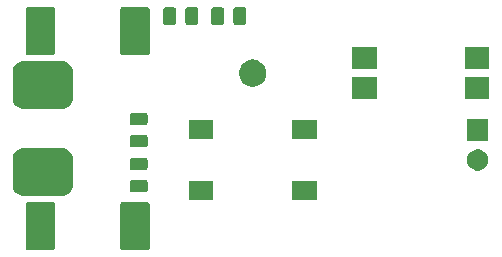
<source format=gbr>
G04 #@! TF.GenerationSoftware,KiCad,Pcbnew,5.1.5-52549c5~84~ubuntu18.04.1*
G04 #@! TF.CreationDate,2020-02-24T19:49:59+02:00*
G04 #@! TF.ProjectId,kello-zcdetector,6b656c6c-6f2d-47a6-9364-65746563746f,rev?*
G04 #@! TF.SameCoordinates,Original*
G04 #@! TF.FileFunction,Soldermask,Top*
G04 #@! TF.FilePolarity,Negative*
%FSLAX46Y46*%
G04 Gerber Fmt 4.6, Leading zero omitted, Abs format (unit mm)*
G04 Created by KiCad (PCBNEW 5.1.5-52549c5~84~ubuntu18.04.1) date 2020-02-24 19:49:59*
%MOMM*%
%LPD*%
G04 APERTURE LIST*
%ADD10C,0.100000*%
G04 APERTURE END LIST*
D10*
G36*
X25256532Y-29069065D02*
G01*
X25300079Y-29082276D01*
X25340219Y-29103730D01*
X25375399Y-29132601D01*
X25404270Y-29167781D01*
X25425724Y-29207921D01*
X25438935Y-29251468D01*
X25444000Y-29302900D01*
X25444000Y-32927100D01*
X25438935Y-32978532D01*
X25425724Y-33022079D01*
X25404270Y-33062219D01*
X25375399Y-33097399D01*
X25340219Y-33126270D01*
X25300079Y-33147724D01*
X25256532Y-33160935D01*
X25205100Y-33166000D01*
X23180900Y-33166000D01*
X23129468Y-33160935D01*
X23085921Y-33147724D01*
X23045781Y-33126270D01*
X23010601Y-33097399D01*
X22981730Y-33062219D01*
X22960276Y-33022079D01*
X22947065Y-32978532D01*
X22942000Y-32927100D01*
X22942000Y-29302900D01*
X22947065Y-29251468D01*
X22960276Y-29207921D01*
X22981730Y-29167781D01*
X23010601Y-29132601D01*
X23045781Y-29103730D01*
X23085921Y-29082276D01*
X23129468Y-29069065D01*
X23180900Y-29064000D01*
X25205100Y-29064000D01*
X25256532Y-29069065D01*
G37*
G36*
X17256532Y-29069065D02*
G01*
X17300079Y-29082276D01*
X17340219Y-29103730D01*
X17375399Y-29132601D01*
X17404270Y-29167781D01*
X17425724Y-29207921D01*
X17438935Y-29251468D01*
X17444000Y-29302900D01*
X17444000Y-32927100D01*
X17438935Y-32978532D01*
X17425724Y-33022079D01*
X17404270Y-33062219D01*
X17375399Y-33097399D01*
X17340219Y-33126270D01*
X17300079Y-33147724D01*
X17256532Y-33160935D01*
X17205100Y-33166000D01*
X15180900Y-33166000D01*
X15129468Y-33160935D01*
X15085921Y-33147724D01*
X15045781Y-33126270D01*
X15010601Y-33097399D01*
X14981730Y-33062219D01*
X14960276Y-33022079D01*
X14947065Y-32978532D01*
X14942000Y-32927100D01*
X14942000Y-29302900D01*
X14947065Y-29251468D01*
X14960276Y-29207921D01*
X14981730Y-29167781D01*
X15010601Y-29132601D01*
X15045781Y-29103730D01*
X15085921Y-29082276D01*
X15129468Y-29069065D01*
X15180900Y-29064000D01*
X17205100Y-29064000D01*
X17256532Y-29069065D01*
G37*
G36*
X39584000Y-28878000D02*
G01*
X37482000Y-28878000D01*
X37482000Y-27276000D01*
X39584000Y-27276000D01*
X39584000Y-28878000D01*
G37*
G36*
X30844000Y-28878000D02*
G01*
X28742000Y-28878000D01*
X28742000Y-27276000D01*
X30844000Y-27276000D01*
X30844000Y-28878000D01*
G37*
G36*
X18158752Y-24511097D02*
G01*
X18339295Y-24565864D01*
X18505677Y-24654797D01*
X18651516Y-24774484D01*
X18771203Y-24920323D01*
X18860136Y-25086705D01*
X18914903Y-25267248D01*
X18934000Y-25461140D01*
X18934000Y-27624860D01*
X18914903Y-27818752D01*
X18860136Y-27999295D01*
X18771203Y-28165677D01*
X18651516Y-28311516D01*
X18505677Y-28431203D01*
X18339295Y-28520136D01*
X18158752Y-28574903D01*
X17964860Y-28594000D01*
X14801140Y-28594000D01*
X14607248Y-28574903D01*
X14426705Y-28520136D01*
X14260323Y-28431203D01*
X14114484Y-28311516D01*
X13994797Y-28165677D01*
X13905864Y-27999295D01*
X13851097Y-27818752D01*
X13832000Y-27624860D01*
X13832000Y-25461140D01*
X13851097Y-25267248D01*
X13905864Y-25086705D01*
X13994797Y-24920323D01*
X14114484Y-24774484D01*
X14260323Y-24654797D01*
X14426705Y-24565864D01*
X14607248Y-24511097D01*
X14801140Y-24492000D01*
X17964860Y-24492000D01*
X18158752Y-24511097D01*
G37*
G36*
X25095468Y-27200565D02*
G01*
X25134138Y-27212296D01*
X25169777Y-27231346D01*
X25201017Y-27256983D01*
X25226654Y-27288223D01*
X25245704Y-27323862D01*
X25257435Y-27362532D01*
X25262000Y-27408888D01*
X25262000Y-28060112D01*
X25257435Y-28106468D01*
X25245704Y-28145138D01*
X25226654Y-28180777D01*
X25201017Y-28212017D01*
X25169777Y-28237654D01*
X25134138Y-28256704D01*
X25095468Y-28268435D01*
X25049112Y-28273000D01*
X23972888Y-28273000D01*
X23926532Y-28268435D01*
X23887862Y-28256704D01*
X23852223Y-28237654D01*
X23820983Y-28212017D01*
X23795346Y-28180777D01*
X23776296Y-28145138D01*
X23764565Y-28106468D01*
X23760000Y-28060112D01*
X23760000Y-27408888D01*
X23764565Y-27362532D01*
X23776296Y-27323862D01*
X23795346Y-27288223D01*
X23820983Y-27256983D01*
X23852223Y-27231346D01*
X23887862Y-27212296D01*
X23926532Y-27200565D01*
X23972888Y-27196000D01*
X25049112Y-27196000D01*
X25095468Y-27200565D01*
G37*
G36*
X53326512Y-24630927D02*
G01*
X53475812Y-24660624D01*
X53639784Y-24728544D01*
X53787354Y-24827147D01*
X53912853Y-24952646D01*
X54011456Y-25100216D01*
X54079376Y-25264188D01*
X54114000Y-25438259D01*
X54114000Y-25615741D01*
X54079376Y-25789812D01*
X54011456Y-25953784D01*
X53912853Y-26101354D01*
X53787354Y-26226853D01*
X53639784Y-26325456D01*
X53475812Y-26393376D01*
X53326512Y-26423073D01*
X53301742Y-26428000D01*
X53124258Y-26428000D01*
X53099488Y-26423073D01*
X52950188Y-26393376D01*
X52786216Y-26325456D01*
X52638646Y-26226853D01*
X52513147Y-26101354D01*
X52414544Y-25953784D01*
X52346624Y-25789812D01*
X52312000Y-25615741D01*
X52312000Y-25438259D01*
X52346624Y-25264188D01*
X52414544Y-25100216D01*
X52513147Y-24952646D01*
X52638646Y-24827147D01*
X52786216Y-24728544D01*
X52950188Y-24660624D01*
X53099488Y-24630927D01*
X53124258Y-24626000D01*
X53301742Y-24626000D01*
X53326512Y-24630927D01*
G37*
G36*
X25095468Y-25325565D02*
G01*
X25134138Y-25337296D01*
X25169777Y-25356346D01*
X25201017Y-25381983D01*
X25226654Y-25413223D01*
X25245704Y-25448862D01*
X25257435Y-25487532D01*
X25262000Y-25533888D01*
X25262000Y-26185112D01*
X25257435Y-26231468D01*
X25245704Y-26270138D01*
X25226654Y-26305777D01*
X25201017Y-26337017D01*
X25169777Y-26362654D01*
X25134138Y-26381704D01*
X25095468Y-26393435D01*
X25049112Y-26398000D01*
X23972888Y-26398000D01*
X23926532Y-26393435D01*
X23887862Y-26381704D01*
X23852223Y-26362654D01*
X23820983Y-26337017D01*
X23795346Y-26305777D01*
X23776296Y-26270138D01*
X23764565Y-26231468D01*
X23760000Y-26185112D01*
X23760000Y-25533888D01*
X23764565Y-25487532D01*
X23776296Y-25448862D01*
X23795346Y-25413223D01*
X23820983Y-25381983D01*
X23852223Y-25356346D01*
X23887862Y-25337296D01*
X23926532Y-25325565D01*
X23972888Y-25321000D01*
X25049112Y-25321000D01*
X25095468Y-25325565D01*
G37*
G36*
X25095468Y-23390565D02*
G01*
X25134138Y-23402296D01*
X25169777Y-23421346D01*
X25201017Y-23446983D01*
X25226654Y-23478223D01*
X25245704Y-23513862D01*
X25257435Y-23552532D01*
X25262000Y-23598888D01*
X25262000Y-24250112D01*
X25257435Y-24296468D01*
X25245704Y-24335138D01*
X25226654Y-24370777D01*
X25201017Y-24402017D01*
X25169777Y-24427654D01*
X25134138Y-24446704D01*
X25095468Y-24458435D01*
X25049112Y-24463000D01*
X23972888Y-24463000D01*
X23926532Y-24458435D01*
X23887862Y-24446704D01*
X23852223Y-24427654D01*
X23820983Y-24402017D01*
X23795346Y-24370777D01*
X23776296Y-24335138D01*
X23764565Y-24296468D01*
X23760000Y-24250112D01*
X23760000Y-23598888D01*
X23764565Y-23552532D01*
X23776296Y-23513862D01*
X23795346Y-23478223D01*
X23820983Y-23446983D01*
X23852223Y-23421346D01*
X23887862Y-23402296D01*
X23926532Y-23390565D01*
X23972888Y-23386000D01*
X25049112Y-23386000D01*
X25095468Y-23390565D01*
G37*
G36*
X54114000Y-23888000D02*
G01*
X52312000Y-23888000D01*
X52312000Y-22086000D01*
X54114000Y-22086000D01*
X54114000Y-23888000D01*
G37*
G36*
X39584000Y-23778000D02*
G01*
X37482000Y-23778000D01*
X37482000Y-22176000D01*
X39584000Y-22176000D01*
X39584000Y-23778000D01*
G37*
G36*
X30844000Y-23778000D02*
G01*
X28742000Y-23778000D01*
X28742000Y-22176000D01*
X30844000Y-22176000D01*
X30844000Y-23778000D01*
G37*
G36*
X25095468Y-21515565D02*
G01*
X25134138Y-21527296D01*
X25169777Y-21546346D01*
X25201017Y-21571983D01*
X25226654Y-21603223D01*
X25245704Y-21638862D01*
X25257435Y-21677532D01*
X25262000Y-21723888D01*
X25262000Y-22375112D01*
X25257435Y-22421468D01*
X25245704Y-22460138D01*
X25226654Y-22495777D01*
X25201017Y-22527017D01*
X25169777Y-22552654D01*
X25134138Y-22571704D01*
X25095468Y-22583435D01*
X25049112Y-22588000D01*
X23972888Y-22588000D01*
X23926532Y-22583435D01*
X23887862Y-22571704D01*
X23852223Y-22552654D01*
X23820983Y-22527017D01*
X23795346Y-22495777D01*
X23776296Y-22460138D01*
X23764565Y-22421468D01*
X23760000Y-22375112D01*
X23760000Y-21723888D01*
X23764565Y-21677532D01*
X23776296Y-21638862D01*
X23795346Y-21603223D01*
X23820983Y-21571983D01*
X23852223Y-21546346D01*
X23887862Y-21527296D01*
X23926532Y-21515565D01*
X23972888Y-21511000D01*
X25049112Y-21511000D01*
X25095468Y-21515565D01*
G37*
G36*
X18158752Y-17145097D02*
G01*
X18339295Y-17199864D01*
X18505677Y-17288797D01*
X18651516Y-17408484D01*
X18771203Y-17554323D01*
X18860136Y-17720705D01*
X18914903Y-17901248D01*
X18934000Y-18095140D01*
X18934000Y-20258860D01*
X18914903Y-20452752D01*
X18860136Y-20633295D01*
X18771203Y-20799677D01*
X18651516Y-20945516D01*
X18505677Y-21065203D01*
X18339295Y-21154136D01*
X18158752Y-21208903D01*
X17964860Y-21228000D01*
X14801140Y-21228000D01*
X14607248Y-21208903D01*
X14426705Y-21154136D01*
X14260323Y-21065203D01*
X14114484Y-20945516D01*
X13994797Y-20799677D01*
X13905864Y-20633295D01*
X13851097Y-20452752D01*
X13832000Y-20258860D01*
X13832000Y-18095140D01*
X13851097Y-17901248D01*
X13905864Y-17720705D01*
X13994797Y-17554323D01*
X14114484Y-17408484D01*
X14260323Y-17288797D01*
X14426705Y-17199864D01*
X14607248Y-17145097D01*
X14801140Y-17126000D01*
X17964860Y-17126000D01*
X18158752Y-17145097D01*
G37*
G36*
X54203000Y-20372000D02*
G01*
X52101000Y-20372000D01*
X52101000Y-18490000D01*
X54203000Y-18490000D01*
X54203000Y-20372000D01*
G37*
G36*
X44673000Y-20372000D02*
G01*
X42571000Y-20372000D01*
X42571000Y-18490000D01*
X44673000Y-18490000D01*
X44673000Y-20372000D01*
G37*
G36*
X34387549Y-17032116D02*
G01*
X34498734Y-17054232D01*
X34708203Y-17140997D01*
X34896720Y-17266960D01*
X35057040Y-17427280D01*
X35183003Y-17615797D01*
X35242344Y-17759058D01*
X35269768Y-17825267D01*
X35294865Y-17951435D01*
X35314000Y-18047636D01*
X35314000Y-18274364D01*
X35269768Y-18496734D01*
X35183003Y-18706203D01*
X35057040Y-18894720D01*
X34896720Y-19055040D01*
X34708203Y-19181003D01*
X34498734Y-19267768D01*
X34387549Y-19289884D01*
X34276365Y-19312000D01*
X34049635Y-19312000D01*
X33938451Y-19289884D01*
X33827266Y-19267768D01*
X33617797Y-19181003D01*
X33429280Y-19055040D01*
X33268960Y-18894720D01*
X33142997Y-18706203D01*
X33056232Y-18496734D01*
X33012000Y-18274364D01*
X33012000Y-18047636D01*
X33031136Y-17951435D01*
X33056232Y-17825267D01*
X33083657Y-17759058D01*
X33142997Y-17615797D01*
X33268960Y-17427280D01*
X33429280Y-17266960D01*
X33617797Y-17140997D01*
X33827266Y-17054232D01*
X33938451Y-17032116D01*
X34049635Y-17010000D01*
X34276365Y-17010000D01*
X34387549Y-17032116D01*
G37*
G36*
X54203000Y-17832000D02*
G01*
X52101000Y-17832000D01*
X52101000Y-15950000D01*
X54203000Y-15950000D01*
X54203000Y-17832000D01*
G37*
G36*
X44673000Y-17832000D02*
G01*
X42571000Y-17832000D01*
X42571000Y-15950000D01*
X44673000Y-15950000D01*
X44673000Y-17832000D01*
G37*
G36*
X25256532Y-12559065D02*
G01*
X25300079Y-12572276D01*
X25340219Y-12593730D01*
X25375399Y-12622601D01*
X25404270Y-12657781D01*
X25425724Y-12697921D01*
X25438935Y-12741468D01*
X25444000Y-12792900D01*
X25444000Y-16417100D01*
X25438935Y-16468532D01*
X25425724Y-16512079D01*
X25404270Y-16552219D01*
X25375399Y-16587399D01*
X25340219Y-16616270D01*
X25300079Y-16637724D01*
X25256532Y-16650935D01*
X25205100Y-16656000D01*
X23180900Y-16656000D01*
X23129468Y-16650935D01*
X23085921Y-16637724D01*
X23045781Y-16616270D01*
X23010601Y-16587399D01*
X22981730Y-16552219D01*
X22960276Y-16512079D01*
X22947065Y-16468532D01*
X22942000Y-16417100D01*
X22942000Y-12792900D01*
X22947065Y-12741468D01*
X22960276Y-12697921D01*
X22981730Y-12657781D01*
X23010601Y-12622601D01*
X23045781Y-12593730D01*
X23085921Y-12572276D01*
X23129468Y-12559065D01*
X23180900Y-12554000D01*
X25205100Y-12554000D01*
X25256532Y-12559065D01*
G37*
G36*
X17256532Y-12559065D02*
G01*
X17300079Y-12572276D01*
X17340219Y-12593730D01*
X17375399Y-12622601D01*
X17404270Y-12657781D01*
X17425724Y-12697921D01*
X17438935Y-12741468D01*
X17444000Y-12792900D01*
X17444000Y-16417100D01*
X17438935Y-16468532D01*
X17425724Y-16512079D01*
X17404270Y-16552219D01*
X17375399Y-16587399D01*
X17340219Y-16616270D01*
X17300079Y-16637724D01*
X17256532Y-16650935D01*
X17205100Y-16656000D01*
X15180900Y-16656000D01*
X15129468Y-16650935D01*
X15085921Y-16637724D01*
X15045781Y-16616270D01*
X15010601Y-16587399D01*
X14981730Y-16552219D01*
X14960276Y-16512079D01*
X14947065Y-16468532D01*
X14942000Y-16417100D01*
X14942000Y-12792900D01*
X14947065Y-12741468D01*
X14960276Y-12697921D01*
X14981730Y-12657781D01*
X15010601Y-12622601D01*
X15045781Y-12593730D01*
X15085921Y-12572276D01*
X15129468Y-12559065D01*
X15180900Y-12554000D01*
X17205100Y-12554000D01*
X17256532Y-12559065D01*
G37*
G36*
X33440468Y-12588565D02*
G01*
X33479138Y-12600296D01*
X33514777Y-12619346D01*
X33546017Y-12644983D01*
X33571654Y-12676223D01*
X33590704Y-12711862D01*
X33602435Y-12750532D01*
X33607000Y-12796888D01*
X33607000Y-13873112D01*
X33602435Y-13919468D01*
X33590704Y-13958138D01*
X33571654Y-13993777D01*
X33546017Y-14025017D01*
X33514777Y-14050654D01*
X33479138Y-14069704D01*
X33440468Y-14081435D01*
X33394112Y-14086000D01*
X32742888Y-14086000D01*
X32696532Y-14081435D01*
X32657862Y-14069704D01*
X32622223Y-14050654D01*
X32590983Y-14025017D01*
X32565346Y-13993777D01*
X32546296Y-13958138D01*
X32534565Y-13919468D01*
X32530000Y-13873112D01*
X32530000Y-12796888D01*
X32534565Y-12750532D01*
X32546296Y-12711862D01*
X32565346Y-12676223D01*
X32590983Y-12644983D01*
X32622223Y-12619346D01*
X32657862Y-12600296D01*
X32696532Y-12588565D01*
X32742888Y-12584000D01*
X33394112Y-12584000D01*
X33440468Y-12588565D01*
G37*
G36*
X27501468Y-12588565D02*
G01*
X27540138Y-12600296D01*
X27575777Y-12619346D01*
X27607017Y-12644983D01*
X27632654Y-12676223D01*
X27651704Y-12711862D01*
X27663435Y-12750532D01*
X27668000Y-12796888D01*
X27668000Y-13873112D01*
X27663435Y-13919468D01*
X27651704Y-13958138D01*
X27632654Y-13993777D01*
X27607017Y-14025017D01*
X27575777Y-14050654D01*
X27540138Y-14069704D01*
X27501468Y-14081435D01*
X27455112Y-14086000D01*
X26803888Y-14086000D01*
X26757532Y-14081435D01*
X26718862Y-14069704D01*
X26683223Y-14050654D01*
X26651983Y-14025017D01*
X26626346Y-13993777D01*
X26607296Y-13958138D01*
X26595565Y-13919468D01*
X26591000Y-13873112D01*
X26591000Y-12796888D01*
X26595565Y-12750532D01*
X26607296Y-12711862D01*
X26626346Y-12676223D01*
X26651983Y-12644983D01*
X26683223Y-12619346D01*
X26718862Y-12600296D01*
X26757532Y-12588565D01*
X26803888Y-12584000D01*
X27455112Y-12584000D01*
X27501468Y-12588565D01*
G37*
G36*
X31565468Y-12588565D02*
G01*
X31604138Y-12600296D01*
X31639777Y-12619346D01*
X31671017Y-12644983D01*
X31696654Y-12676223D01*
X31715704Y-12711862D01*
X31727435Y-12750532D01*
X31732000Y-12796888D01*
X31732000Y-13873112D01*
X31727435Y-13919468D01*
X31715704Y-13958138D01*
X31696654Y-13993777D01*
X31671017Y-14025017D01*
X31639777Y-14050654D01*
X31604138Y-14069704D01*
X31565468Y-14081435D01*
X31519112Y-14086000D01*
X30867888Y-14086000D01*
X30821532Y-14081435D01*
X30782862Y-14069704D01*
X30747223Y-14050654D01*
X30715983Y-14025017D01*
X30690346Y-13993777D01*
X30671296Y-13958138D01*
X30659565Y-13919468D01*
X30655000Y-13873112D01*
X30655000Y-12796888D01*
X30659565Y-12750532D01*
X30671296Y-12711862D01*
X30690346Y-12676223D01*
X30715983Y-12644983D01*
X30747223Y-12619346D01*
X30782862Y-12600296D01*
X30821532Y-12588565D01*
X30867888Y-12584000D01*
X31519112Y-12584000D01*
X31565468Y-12588565D01*
G37*
G36*
X29376468Y-12588565D02*
G01*
X29415138Y-12600296D01*
X29450777Y-12619346D01*
X29482017Y-12644983D01*
X29507654Y-12676223D01*
X29526704Y-12711862D01*
X29538435Y-12750532D01*
X29543000Y-12796888D01*
X29543000Y-13873112D01*
X29538435Y-13919468D01*
X29526704Y-13958138D01*
X29507654Y-13993777D01*
X29482017Y-14025017D01*
X29450777Y-14050654D01*
X29415138Y-14069704D01*
X29376468Y-14081435D01*
X29330112Y-14086000D01*
X28678888Y-14086000D01*
X28632532Y-14081435D01*
X28593862Y-14069704D01*
X28558223Y-14050654D01*
X28526983Y-14025017D01*
X28501346Y-13993777D01*
X28482296Y-13958138D01*
X28470565Y-13919468D01*
X28466000Y-13873112D01*
X28466000Y-12796888D01*
X28470565Y-12750532D01*
X28482296Y-12711862D01*
X28501346Y-12676223D01*
X28526983Y-12644983D01*
X28558223Y-12619346D01*
X28593862Y-12600296D01*
X28632532Y-12588565D01*
X28678888Y-12584000D01*
X29330112Y-12584000D01*
X29376468Y-12588565D01*
G37*
M02*

</source>
